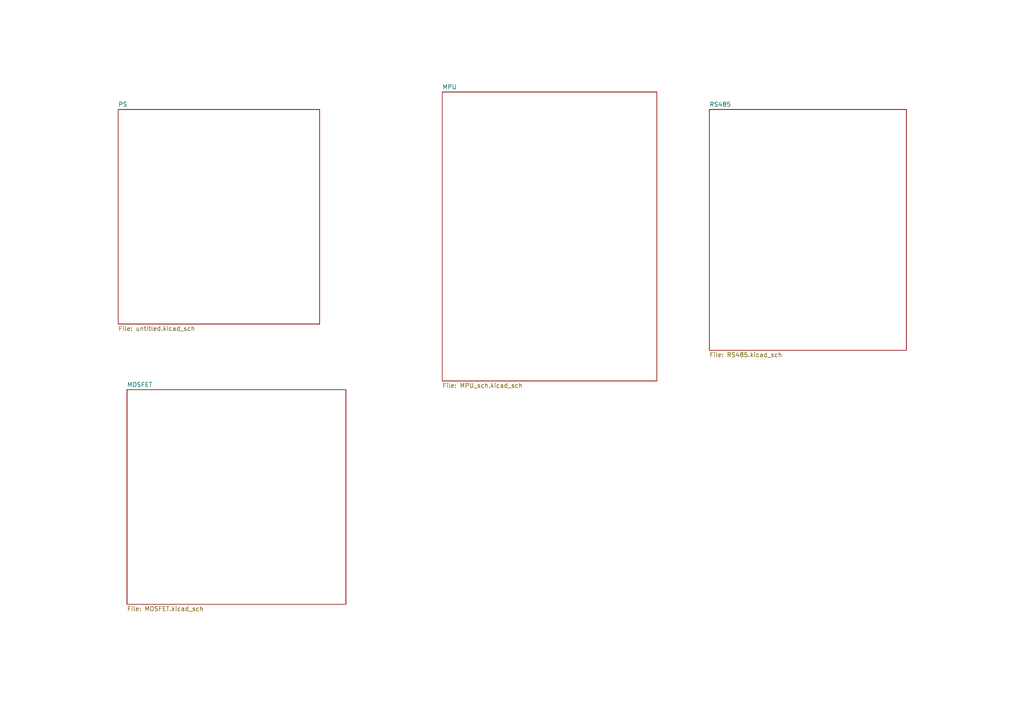
<source format=kicad_sch>
(kicad_sch
	(version 20250114)
	(generator "eeschema")
	(generator_version "9.0")
	(uuid "fe83dc0b-1c14-4d65-95a3-5803c12ddb4d")
	(paper "A4")
	(lib_symbols)
	(sheet
		(at 205.74 31.75)
		(size 57.15 69.85)
		(exclude_from_sim no)
		(in_bom yes)
		(on_board yes)
		(dnp no)
		(fields_autoplaced yes)
		(stroke
			(width 0.1524)
			(type solid)
		)
		(fill
			(color 0 0 0 0.0000)
		)
		(uuid "655482f1-e250-46ca-9eda-d9b0521452dc")
		(property "Sheetname" "RS485"
			(at 205.74 31.0384 0)
			(effects
				(font
					(size 1.27 1.27)
				)
				(justify left bottom)
			)
		)
		(property "Sheetfile" "RS485.kicad_sch"
			(at 205.74 102.1846 0)
			(effects
				(font
					(size 1.27 1.27)
				)
				(justify left top)
			)
		)
		(instances
			(project "Ex1"
				(path "/fe83dc0b-1c14-4d65-95a3-5803c12ddb4d"
					(page "5")
				)
			)
		)
	)
	(sheet
		(at 36.83 113.03)
		(size 63.5 62.23)
		(exclude_from_sim no)
		(in_bom yes)
		(on_board yes)
		(dnp no)
		(fields_autoplaced yes)
		(stroke
			(width 0.1524)
			(type solid)
		)
		(fill
			(color 0 0 0 0.0000)
		)
		(uuid "76df7cc5-b6bb-4b28-93ae-1affd867481f")
		(property "Sheetname" "MOSFET"
			(at 36.83 112.3184 0)
			(effects
				(font
					(size 1.27 1.27)
				)
				(justify left bottom)
			)
		)
		(property "Sheetfile" "MOSFET.kicad_sch"
			(at 36.83 175.8446 0)
			(effects
				(font
					(size 1.27 1.27)
				)
				(justify left top)
			)
		)
		(instances
			(project "Ex1"
				(path "/fe83dc0b-1c14-4d65-95a3-5803c12ddb4d"
					(page "4")
				)
			)
		)
	)
	(sheet
		(at 128.27 26.67)
		(size 62.23 83.82)
		(exclude_from_sim no)
		(in_bom yes)
		(on_board yes)
		(dnp no)
		(fields_autoplaced yes)
		(stroke
			(width 0.1524)
			(type solid)
		)
		(fill
			(color 0 0 0 0.0000)
		)
		(uuid "9a502a19-8817-48fd-8113-ae32f9d02387")
		(property "Sheetname" "MPU"
			(at 128.27 25.9584 0)
			(effects
				(font
					(size 1.27 1.27)
				)
				(justify left bottom)
			)
		)
		(property "Sheetfile" "MPU_sch.kicad_sch"
			(at 128.27 111.0746 0)
			(effects
				(font
					(size 1.27 1.27)
				)
				(justify left top)
			)
		)
		(instances
			(project "Ex1"
				(path "/fe83dc0b-1c14-4d65-95a3-5803c12ddb4d"
					(page "3")
				)
			)
		)
	)
	(sheet
		(at 34.29 31.75)
		(size 58.42 62.23)
		(exclude_from_sim no)
		(in_bom yes)
		(on_board yes)
		(dnp no)
		(fields_autoplaced yes)
		(stroke
			(width 0.1524)
			(type solid)
		)
		(fill
			(color 0 0 0 0.0000)
		)
		(uuid "eb77d27c-e4a9-4a8e-b7ad-59f80879f769")
		(property "Sheetname" "PS"
			(at 34.29 31.0384 0)
			(effects
				(font
					(size 1.27 1.27)
				)
				(justify left bottom)
			)
		)
		(property "Sheetfile" "untitled.kicad_sch"
			(at 34.29 94.5646 0)
			(effects
				(font
					(size 1.27 1.27)
				)
				(justify left top)
			)
		)
		(instances
			(project "Ex1"
				(path "/fe83dc0b-1c14-4d65-95a3-5803c12ddb4d"
					(page "2")
				)
			)
		)
	)
	(sheet_instances
		(path "/"
			(page "1")
		)
	)
	(embedded_fonts no)
)

</source>
